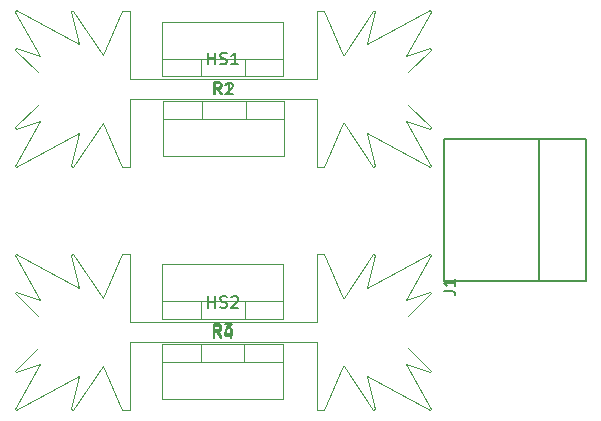
<source format=gto>
G04 #@! TF.GenerationSoftware,KiCad,Pcbnew,(5.1.5)-3*
G04 #@! TF.CreationDate,2020-04-04T15:48:41+02:00*
G04 #@! TF.ProjectId,power-resistor,706f7765-722d-4726-9573-6973746f722e,rev?*
G04 #@! TF.SameCoordinates,Original*
G04 #@! TF.FileFunction,Legend,Top*
G04 #@! TF.FilePolarity,Positive*
%FSLAX46Y46*%
G04 Gerber Fmt 4.6, Leading zero omitted, Abs format (unit mm)*
G04 Created by KiCad (PCBNEW (5.1.5)-3) date 2020-04-04 15:48:41*
%MOMM*%
%LPD*%
G04 APERTURE LIST*
%ADD10C,0.150000*%
%ADD11C,0.120000*%
G04 APERTURE END LIST*
D10*
X173000000Y-117600000D02*
X173000000Y-105600000D01*
X165000000Y-117600000D02*
X177000000Y-117600000D01*
X165000000Y-105600000D02*
X165000000Y-117600000D01*
X177000000Y-105600000D02*
X165000000Y-105600000D01*
X177000000Y-117600000D02*
X177000000Y-105600000D01*
D11*
X136110000Y-124790000D02*
X133610000Y-128510000D01*
X133610000Y-128510000D02*
X133430000Y-128450000D01*
X133430000Y-128450000D02*
X134090000Y-125650000D01*
X134090000Y-125650000D02*
X128790000Y-128530000D01*
X128670000Y-128410000D02*
X130820000Y-124640000D01*
X128770000Y-125320000D02*
X128680000Y-125170000D01*
X130820000Y-124640000D02*
X128770000Y-125320000D01*
X128680000Y-125170000D02*
X130640000Y-123280000D01*
X128790000Y-128530000D02*
X128670000Y-128410000D01*
X137730000Y-115300000D02*
X136120000Y-119010000D01*
X138400000Y-121050000D02*
X138400000Y-115300000D01*
X138400000Y-115300000D02*
X137730000Y-115300000D01*
X134090000Y-118150000D02*
X128790000Y-115270000D01*
X133610000Y-115290000D02*
X133430000Y-115350000D01*
X133430000Y-115350000D02*
X134090000Y-118150000D01*
X136110000Y-119010000D02*
X133610000Y-115290000D01*
X128680000Y-118630000D02*
X130640000Y-120520000D01*
X128670000Y-115390000D02*
X130820000Y-119160000D01*
X128770000Y-118480000D02*
X128680000Y-118630000D01*
X128790000Y-115270000D02*
X128670000Y-115390000D01*
X130820000Y-119160000D02*
X128770000Y-118480000D01*
X146300000Y-121050000D02*
X138400000Y-121050000D01*
X138400000Y-122750000D02*
X138400000Y-128500000D01*
X138400000Y-128500000D02*
X137730000Y-128500000D01*
X137730000Y-128500000D02*
X136120000Y-124790000D01*
X146300000Y-122750000D02*
X138400000Y-122750000D01*
X159170000Y-115350000D02*
X158510000Y-118150000D01*
X158990000Y-115290000D02*
X159170000Y-115350000D01*
X156490000Y-119010000D02*
X158990000Y-115290000D01*
X158510000Y-118150000D02*
X163810000Y-115270000D01*
X163920000Y-118630000D02*
X161960000Y-120520000D01*
X161780000Y-119160000D02*
X163830000Y-118480000D01*
X163930000Y-115390000D02*
X161780000Y-119160000D01*
X163810000Y-115270000D02*
X163930000Y-115390000D01*
X163830000Y-118480000D02*
X163920000Y-118630000D01*
X154870000Y-115300000D02*
X156480000Y-119010000D01*
X146300000Y-121050000D02*
X154200000Y-121050000D01*
X154200000Y-121050000D02*
X154200000Y-115300000D01*
X154200000Y-115300000D02*
X154870000Y-115300000D01*
X146300000Y-122750000D02*
X154200000Y-122750000D01*
X154200000Y-122750000D02*
X154200000Y-128500000D01*
X154200000Y-128500000D02*
X154870000Y-128500000D01*
X154870000Y-128500000D02*
X156480000Y-124790000D01*
X156490000Y-124790000D02*
X158990000Y-128510000D01*
X158990000Y-128510000D02*
X159170000Y-128450000D01*
X159170000Y-128450000D02*
X158510000Y-125650000D01*
X158510000Y-125650000D02*
X163810000Y-128530000D01*
X163810000Y-128530000D02*
X163930000Y-128410000D01*
X163930000Y-128410000D02*
X161780000Y-124640000D01*
X161780000Y-124640000D02*
X163830000Y-125320000D01*
X163830000Y-125320000D02*
X163920000Y-125170000D01*
X163920000Y-125170000D02*
X161960000Y-123280000D01*
X136110000Y-104190000D02*
X133610000Y-107910000D01*
X133610000Y-107910000D02*
X133430000Y-107850000D01*
X133430000Y-107850000D02*
X134090000Y-105050000D01*
X134090000Y-105050000D02*
X128790000Y-107930000D01*
X128670000Y-107810000D02*
X130820000Y-104040000D01*
X128770000Y-104720000D02*
X128680000Y-104570000D01*
X130820000Y-104040000D02*
X128770000Y-104720000D01*
X128680000Y-104570000D02*
X130640000Y-102680000D01*
X128790000Y-107930000D02*
X128670000Y-107810000D01*
X137730000Y-94700000D02*
X136120000Y-98410000D01*
X138400000Y-100450000D02*
X138400000Y-94700000D01*
X138400000Y-94700000D02*
X137730000Y-94700000D01*
X134090000Y-97550000D02*
X128790000Y-94670000D01*
X133610000Y-94690000D02*
X133430000Y-94750000D01*
X133430000Y-94750000D02*
X134090000Y-97550000D01*
X136110000Y-98410000D02*
X133610000Y-94690000D01*
X128680000Y-98030000D02*
X130640000Y-99920000D01*
X128670000Y-94790000D02*
X130820000Y-98560000D01*
X128770000Y-97880000D02*
X128680000Y-98030000D01*
X128790000Y-94670000D02*
X128670000Y-94790000D01*
X130820000Y-98560000D02*
X128770000Y-97880000D01*
X146300000Y-100450000D02*
X138400000Y-100450000D01*
X138400000Y-102150000D02*
X138400000Y-107900000D01*
X138400000Y-107900000D02*
X137730000Y-107900000D01*
X137730000Y-107900000D02*
X136120000Y-104190000D01*
X146300000Y-102150000D02*
X138400000Y-102150000D01*
X159170000Y-94750000D02*
X158510000Y-97550000D01*
X158990000Y-94690000D02*
X159170000Y-94750000D01*
X156490000Y-98410000D02*
X158990000Y-94690000D01*
X158510000Y-97550000D02*
X163810000Y-94670000D01*
X163920000Y-98030000D02*
X161960000Y-99920000D01*
X161780000Y-98560000D02*
X163830000Y-97880000D01*
X163930000Y-94790000D02*
X161780000Y-98560000D01*
X163810000Y-94670000D02*
X163930000Y-94790000D01*
X163830000Y-97880000D02*
X163920000Y-98030000D01*
X154870000Y-94700000D02*
X156480000Y-98410000D01*
X146300000Y-100450000D02*
X154200000Y-100450000D01*
X154200000Y-100450000D02*
X154200000Y-94700000D01*
X154200000Y-94700000D02*
X154870000Y-94700000D01*
X146300000Y-102150000D02*
X154200000Y-102150000D01*
X154200000Y-102150000D02*
X154200000Y-107900000D01*
X154200000Y-107900000D02*
X154870000Y-107900000D01*
X154870000Y-107900000D02*
X156480000Y-104190000D01*
X156490000Y-104190000D02*
X158990000Y-107910000D01*
X158990000Y-107910000D02*
X159170000Y-107850000D01*
X159170000Y-107850000D02*
X158510000Y-105050000D01*
X158510000Y-105050000D02*
X163810000Y-107930000D01*
X163810000Y-107930000D02*
X163930000Y-107810000D01*
X163930000Y-107810000D02*
X161780000Y-104040000D01*
X161780000Y-104040000D02*
X163830000Y-104720000D01*
X163830000Y-104720000D02*
X163920000Y-104570000D01*
X163920000Y-104570000D02*
X161960000Y-102680000D01*
X148091000Y-122930000D02*
X148091000Y-124440000D01*
X144390000Y-122930000D02*
X144390000Y-124440000D01*
X141120000Y-124440000D02*
X151360000Y-124440000D01*
X151360000Y-122930000D02*
X151360000Y-127571000D01*
X141120000Y-122930000D02*
X141120000Y-127571000D01*
X141120000Y-127571000D02*
X151360000Y-127571000D01*
X141120000Y-122930000D02*
X151360000Y-122930000D01*
X144409000Y-120770000D02*
X144409000Y-119260000D01*
X148110000Y-120770000D02*
X148110000Y-119260000D01*
X151380000Y-119260000D02*
X141140000Y-119260000D01*
X141140000Y-120770000D02*
X141140000Y-116129000D01*
X151380000Y-120770000D02*
X151380000Y-116129000D01*
X151380000Y-116129000D02*
X141140000Y-116129000D01*
X151380000Y-120770000D02*
X141140000Y-120770000D01*
X148191000Y-102330000D02*
X148191000Y-103840000D01*
X144490000Y-102330000D02*
X144490000Y-103840000D01*
X141220000Y-103840000D02*
X151460000Y-103840000D01*
X151460000Y-102330000D02*
X151460000Y-106971000D01*
X141220000Y-102330000D02*
X141220000Y-106971000D01*
X141220000Y-106971000D02*
X151460000Y-106971000D01*
X141220000Y-102330000D02*
X151460000Y-102330000D01*
X144409000Y-100270000D02*
X144409000Y-98760000D01*
X148110000Y-100270000D02*
X148110000Y-98760000D01*
X151380000Y-98760000D02*
X141140000Y-98760000D01*
X141140000Y-100270000D02*
X141140000Y-95629000D01*
X151380000Y-100270000D02*
X151380000Y-95629000D01*
X151380000Y-95629000D02*
X141140000Y-95629000D01*
X151380000Y-100270000D02*
X141140000Y-100270000D01*
D10*
X164952380Y-118433333D02*
X165666666Y-118433333D01*
X165809523Y-118480952D01*
X165904761Y-118576190D01*
X165952380Y-118719047D01*
X165952380Y-118814285D01*
X165952380Y-117433333D02*
X165952380Y-118004761D01*
X165952380Y-117719047D02*
X164952380Y-117719047D01*
X165095238Y-117814285D01*
X165190476Y-117909523D01*
X165238095Y-118004761D01*
X145036904Y-119852380D02*
X145036904Y-118852380D01*
X145036904Y-119328571D02*
X145608333Y-119328571D01*
X145608333Y-119852380D02*
X145608333Y-118852380D01*
X146036904Y-119804761D02*
X146179761Y-119852380D01*
X146417857Y-119852380D01*
X146513095Y-119804761D01*
X146560714Y-119757142D01*
X146608333Y-119661904D01*
X146608333Y-119566666D01*
X146560714Y-119471428D01*
X146513095Y-119423809D01*
X146417857Y-119376190D01*
X146227380Y-119328571D01*
X146132142Y-119280952D01*
X146084523Y-119233333D01*
X146036904Y-119138095D01*
X146036904Y-119042857D01*
X146084523Y-118947619D01*
X146132142Y-118900000D01*
X146227380Y-118852380D01*
X146465476Y-118852380D01*
X146608333Y-118900000D01*
X146989285Y-118947619D02*
X147036904Y-118900000D01*
X147132142Y-118852380D01*
X147370238Y-118852380D01*
X147465476Y-118900000D01*
X147513095Y-118947619D01*
X147560714Y-119042857D01*
X147560714Y-119138095D01*
X147513095Y-119280952D01*
X146941666Y-119852380D01*
X147560714Y-119852380D01*
X145036904Y-99252380D02*
X145036904Y-98252380D01*
X145036904Y-98728571D02*
X145608333Y-98728571D01*
X145608333Y-99252380D02*
X145608333Y-98252380D01*
X146036904Y-99204761D02*
X146179761Y-99252380D01*
X146417857Y-99252380D01*
X146513095Y-99204761D01*
X146560714Y-99157142D01*
X146608333Y-99061904D01*
X146608333Y-98966666D01*
X146560714Y-98871428D01*
X146513095Y-98823809D01*
X146417857Y-98776190D01*
X146227380Y-98728571D01*
X146132142Y-98680952D01*
X146084523Y-98633333D01*
X146036904Y-98538095D01*
X146036904Y-98442857D01*
X146084523Y-98347619D01*
X146132142Y-98300000D01*
X146227380Y-98252380D01*
X146465476Y-98252380D01*
X146608333Y-98300000D01*
X147560714Y-99252380D02*
X146989285Y-99252380D01*
X147275000Y-99252380D02*
X147275000Y-98252380D01*
X147179761Y-98395238D01*
X147084523Y-98490476D01*
X146989285Y-98538095D01*
X146073333Y-122382380D02*
X145740000Y-121906190D01*
X145501904Y-122382380D02*
X145501904Y-121382380D01*
X145882857Y-121382380D01*
X145978095Y-121430000D01*
X146025714Y-121477619D01*
X146073333Y-121572857D01*
X146073333Y-121715714D01*
X146025714Y-121810952D01*
X145978095Y-121858571D01*
X145882857Y-121906190D01*
X145501904Y-121906190D01*
X146930476Y-121715714D02*
X146930476Y-122382380D01*
X146692380Y-121334761D02*
X146454285Y-122049047D01*
X147073333Y-122049047D01*
X146093333Y-122222380D02*
X145760000Y-121746190D01*
X145521904Y-122222380D02*
X145521904Y-121222380D01*
X145902857Y-121222380D01*
X145998095Y-121270000D01*
X146045714Y-121317619D01*
X146093333Y-121412857D01*
X146093333Y-121555714D01*
X146045714Y-121650952D01*
X145998095Y-121698571D01*
X145902857Y-121746190D01*
X145521904Y-121746190D01*
X146426666Y-121222380D02*
X147045714Y-121222380D01*
X146712380Y-121603333D01*
X146855238Y-121603333D01*
X146950476Y-121650952D01*
X146998095Y-121698571D01*
X147045714Y-121793809D01*
X147045714Y-122031904D01*
X146998095Y-122127142D01*
X146950476Y-122174761D01*
X146855238Y-122222380D01*
X146569523Y-122222380D01*
X146474285Y-122174761D01*
X146426666Y-122127142D01*
X146173333Y-101782380D02*
X145840000Y-101306190D01*
X145601904Y-101782380D02*
X145601904Y-100782380D01*
X145982857Y-100782380D01*
X146078095Y-100830000D01*
X146125714Y-100877619D01*
X146173333Y-100972857D01*
X146173333Y-101115714D01*
X146125714Y-101210952D01*
X146078095Y-101258571D01*
X145982857Y-101306190D01*
X145601904Y-101306190D01*
X146554285Y-100877619D02*
X146601904Y-100830000D01*
X146697142Y-100782380D01*
X146935238Y-100782380D01*
X147030476Y-100830000D01*
X147078095Y-100877619D01*
X147125714Y-100972857D01*
X147125714Y-101068095D01*
X147078095Y-101210952D01*
X146506666Y-101782380D01*
X147125714Y-101782380D01*
X146093333Y-101722380D02*
X145760000Y-101246190D01*
X145521904Y-101722380D02*
X145521904Y-100722380D01*
X145902857Y-100722380D01*
X145998095Y-100770000D01*
X146045714Y-100817619D01*
X146093333Y-100912857D01*
X146093333Y-101055714D01*
X146045714Y-101150952D01*
X145998095Y-101198571D01*
X145902857Y-101246190D01*
X145521904Y-101246190D01*
X147045714Y-101722380D02*
X146474285Y-101722380D01*
X146760000Y-101722380D02*
X146760000Y-100722380D01*
X146664761Y-100865238D01*
X146569523Y-100960476D01*
X146474285Y-101008095D01*
M02*

</source>
